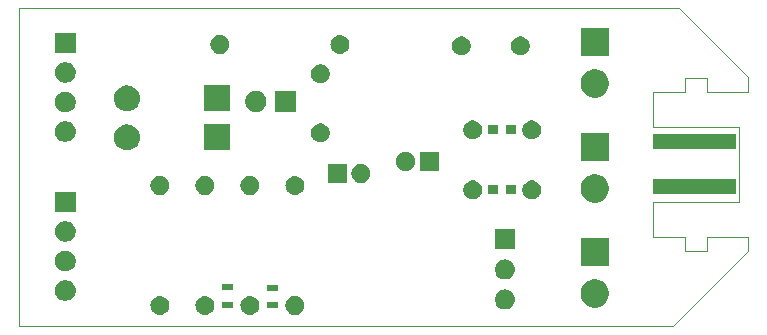
<source format=gbs>
%TF.GenerationSoftware,KiCad,Pcbnew,5.0.1*%
%TF.CreationDate,2019-02-24T22:19:24+01:00*%
%TF.ProjectId,bobbycar,626F6262796361722E6B696361645F70,rev?*%
%TF.SameCoordinates,Original*%
%TF.FileFunction,Soldermask,Bot*%
%TF.FilePolarity,Negative*%
%FSLAX46Y46*%
G04 Gerber Fmt 4.6, Leading zero omitted, Abs format (unit mm)*
G04 Created by KiCad (PCBNEW 5.0.1) date So 24 Feb 2019 22:19:24 CET*
%MOMM*%
%LPD*%
G01*
G04 APERTURE LIST*
%ADD10C,0.100000*%
G04 APERTURE END LIST*
D10*
X162306000Y-91440000D02*
X162306000Y-92659200D01*
X158877000Y-92659200D02*
X162306000Y-92659200D01*
X158877000Y-91516200D02*
X158877000Y-92659200D01*
X156972000Y-91516200D02*
X158877000Y-91516200D01*
X156972000Y-92659200D02*
X156972000Y-91516200D01*
X154279600Y-92659200D02*
X156972000Y-92659200D01*
X154279600Y-95605600D02*
X154279600Y-92659200D01*
X161544000Y-95605600D02*
X154279600Y-95605600D01*
X161544000Y-102006400D02*
X161544000Y-95605600D01*
X154279600Y-102006400D02*
X161544000Y-102006400D01*
X154279600Y-104952800D02*
X154279600Y-102006400D01*
X156972000Y-104952800D02*
X154279600Y-104952800D01*
X156972000Y-106095800D02*
X156972000Y-104952800D01*
X158877000Y-106095800D02*
X156972000Y-106095800D01*
X158877000Y-104952800D02*
X158877000Y-106095800D01*
X162306000Y-104952800D02*
X158877000Y-104952800D01*
X162306000Y-106172000D02*
X162306000Y-104952800D01*
X162306000Y-91440000D02*
X156464000Y-85598000D01*
X162306000Y-106172000D02*
X155956000Y-112522000D01*
X100584000Y-85598000D02*
X100584000Y-112522000D01*
X155956000Y-112522000D02*
X100584000Y-112522000D01*
X156464000Y-85598000D02*
X100584000Y-85598000D01*
G36*
X124185352Y-109974743D02*
X124330941Y-110035048D01*
X124461973Y-110122601D01*
X124573399Y-110234027D01*
X124660952Y-110365059D01*
X124721257Y-110510648D01*
X124752000Y-110665205D01*
X124752000Y-110822795D01*
X124721257Y-110977352D01*
X124660952Y-111122941D01*
X124573399Y-111253973D01*
X124461973Y-111365399D01*
X124330941Y-111452952D01*
X124185352Y-111513257D01*
X124030795Y-111544000D01*
X123873205Y-111544000D01*
X123718648Y-111513257D01*
X123573059Y-111452952D01*
X123442027Y-111365399D01*
X123330601Y-111253973D01*
X123243048Y-111122941D01*
X123182743Y-110977352D01*
X123152000Y-110822795D01*
X123152000Y-110665205D01*
X123182743Y-110510648D01*
X123243048Y-110365059D01*
X123330601Y-110234027D01*
X123442027Y-110122601D01*
X123573059Y-110035048D01*
X123718648Y-109974743D01*
X123873205Y-109944000D01*
X124030795Y-109944000D01*
X124185352Y-109974743D01*
X124185352Y-109974743D01*
G37*
G36*
X120259649Y-109951717D02*
X120298827Y-109955576D01*
X120362012Y-109974743D01*
X120449629Y-110001321D01*
X120588608Y-110075608D01*
X120710422Y-110175578D01*
X120810392Y-110297392D01*
X120884679Y-110436371D01*
X120884679Y-110436372D01*
X120930424Y-110587173D01*
X120937607Y-110660101D01*
X120945870Y-110744000D01*
X120930424Y-110900826D01*
X120884679Y-111051629D01*
X120810392Y-111190608D01*
X120710422Y-111312422D01*
X120588608Y-111412392D01*
X120449629Y-111486679D01*
X120374227Y-111509552D01*
X120298827Y-111532424D01*
X120259649Y-111536283D01*
X120181295Y-111544000D01*
X120102705Y-111544000D01*
X120024351Y-111536283D01*
X119985173Y-111532424D01*
X119909773Y-111509552D01*
X119834371Y-111486679D01*
X119695392Y-111412392D01*
X119573578Y-111312422D01*
X119473608Y-111190608D01*
X119399321Y-111051629D01*
X119353576Y-110900826D01*
X119338130Y-110744000D01*
X119346393Y-110660101D01*
X119353576Y-110587173D01*
X119399321Y-110436372D01*
X119399321Y-110436371D01*
X119473608Y-110297392D01*
X119573578Y-110175578D01*
X119695392Y-110075608D01*
X119834371Y-110001321D01*
X119921988Y-109974743D01*
X119985173Y-109955576D01*
X120024351Y-109951717D01*
X120102705Y-109944000D01*
X120181295Y-109944000D01*
X120259649Y-109951717D01*
X120259649Y-109951717D01*
G37*
G36*
X116449649Y-109951717D02*
X116488827Y-109955576D01*
X116552012Y-109974743D01*
X116639629Y-110001321D01*
X116778608Y-110075608D01*
X116900422Y-110175578D01*
X117000392Y-110297392D01*
X117074679Y-110436371D01*
X117074679Y-110436372D01*
X117120424Y-110587173D01*
X117127607Y-110660101D01*
X117135870Y-110744000D01*
X117120424Y-110900826D01*
X117074679Y-111051629D01*
X117000392Y-111190608D01*
X116900422Y-111312422D01*
X116778608Y-111412392D01*
X116639629Y-111486679D01*
X116564227Y-111509552D01*
X116488827Y-111532424D01*
X116449649Y-111536283D01*
X116371295Y-111544000D01*
X116292705Y-111544000D01*
X116214351Y-111536283D01*
X116175173Y-111532424D01*
X116099773Y-111509552D01*
X116024371Y-111486679D01*
X115885392Y-111412392D01*
X115763578Y-111312422D01*
X115663608Y-111190608D01*
X115589321Y-111051629D01*
X115543576Y-110900826D01*
X115528130Y-110744000D01*
X115536393Y-110660101D01*
X115543576Y-110587173D01*
X115589321Y-110436372D01*
X115589321Y-110436371D01*
X115663608Y-110297392D01*
X115763578Y-110175578D01*
X115885392Y-110075608D01*
X116024371Y-110001321D01*
X116111988Y-109974743D01*
X116175173Y-109955576D01*
X116214351Y-109951717D01*
X116292705Y-109944000D01*
X116371295Y-109944000D01*
X116449649Y-109951717D01*
X116449649Y-109951717D01*
G37*
G36*
X112639649Y-109951717D02*
X112678827Y-109955576D01*
X112742012Y-109974743D01*
X112829629Y-110001321D01*
X112968608Y-110075608D01*
X113090422Y-110175578D01*
X113190392Y-110297392D01*
X113264679Y-110436371D01*
X113264679Y-110436372D01*
X113310424Y-110587173D01*
X113317607Y-110660101D01*
X113325870Y-110744000D01*
X113310424Y-110900826D01*
X113264679Y-111051629D01*
X113190392Y-111190608D01*
X113090422Y-111312422D01*
X112968608Y-111412392D01*
X112829629Y-111486679D01*
X112754227Y-111509552D01*
X112678827Y-111532424D01*
X112639649Y-111536283D01*
X112561295Y-111544000D01*
X112482705Y-111544000D01*
X112404351Y-111536283D01*
X112365173Y-111532424D01*
X112289773Y-111509552D01*
X112214371Y-111486679D01*
X112075392Y-111412392D01*
X111953578Y-111312422D01*
X111853608Y-111190608D01*
X111779321Y-111051629D01*
X111733576Y-110900826D01*
X111718130Y-110744000D01*
X111726393Y-110660101D01*
X111733576Y-110587173D01*
X111779321Y-110436372D01*
X111779321Y-110436371D01*
X111853608Y-110297392D01*
X111953578Y-110175578D01*
X112075392Y-110075608D01*
X112214371Y-110001321D01*
X112301988Y-109974743D01*
X112365173Y-109955576D01*
X112404351Y-109951717D01*
X112482705Y-109944000D01*
X112561295Y-109944000D01*
X112639649Y-109951717D01*
X112639649Y-109951717D01*
G37*
G36*
X141898630Y-109398299D02*
X142058855Y-109446903D01*
X142206520Y-109525831D01*
X142335949Y-109632051D01*
X142442169Y-109761480D01*
X142521097Y-109909145D01*
X142569701Y-110069370D01*
X142586112Y-110236000D01*
X142569701Y-110402630D01*
X142521097Y-110562855D01*
X142442169Y-110710520D01*
X142335949Y-110839949D01*
X142206520Y-110946169D01*
X142058855Y-111025097D01*
X141898630Y-111073701D01*
X141773752Y-111086000D01*
X141690248Y-111086000D01*
X141565370Y-111073701D01*
X141405145Y-111025097D01*
X141257480Y-110946169D01*
X141128051Y-110839949D01*
X141021831Y-110710520D01*
X140942903Y-110562855D01*
X140894299Y-110402630D01*
X140877888Y-110236000D01*
X140894299Y-110069370D01*
X140942903Y-109909145D01*
X141021831Y-109761480D01*
X141128051Y-109632051D01*
X141257480Y-109525831D01*
X141405145Y-109446903D01*
X141565370Y-109398299D01*
X141690248Y-109386000D01*
X141773752Y-109386000D01*
X141898630Y-109398299D01*
X141898630Y-109398299D01*
G37*
G36*
X122497000Y-110994000D02*
X121597000Y-110994000D01*
X121597000Y-110494000D01*
X122497000Y-110494000D01*
X122497000Y-110994000D01*
X122497000Y-110994000D01*
G37*
G36*
X118687000Y-110970000D02*
X117787000Y-110970000D01*
X117787000Y-110470000D01*
X118687000Y-110470000D01*
X118687000Y-110970000D01*
X118687000Y-110970000D01*
G37*
G36*
X149702026Y-108574115D02*
X149920412Y-108664573D01*
X150116958Y-108795901D01*
X150284099Y-108963042D01*
X150415427Y-109159588D01*
X150505885Y-109377974D01*
X150552000Y-109609809D01*
X150552000Y-109846191D01*
X150505885Y-110078026D01*
X150415427Y-110296412D01*
X150284099Y-110492958D01*
X150116958Y-110660099D01*
X149920412Y-110791427D01*
X149702026Y-110881885D01*
X149470191Y-110928000D01*
X149233809Y-110928000D01*
X149001974Y-110881885D01*
X148783588Y-110791427D01*
X148587042Y-110660099D01*
X148419901Y-110492958D01*
X148288573Y-110296412D01*
X148198115Y-110078026D01*
X148152000Y-109846191D01*
X148152000Y-109609809D01*
X148198115Y-109377974D01*
X148288573Y-109159588D01*
X148419901Y-108963042D01*
X148587042Y-108795901D01*
X148783588Y-108664573D01*
X149001974Y-108574115D01*
X149233809Y-108528000D01*
X149470191Y-108528000D01*
X149702026Y-108574115D01*
X149702026Y-108574115D01*
G37*
G36*
X104776228Y-108639625D02*
X104935467Y-108705584D01*
X105078783Y-108801345D01*
X105200655Y-108923217D01*
X105296416Y-109066533D01*
X105362375Y-109225772D01*
X105396000Y-109394819D01*
X105396000Y-109567181D01*
X105362375Y-109736228D01*
X105296416Y-109895467D01*
X105200655Y-110038783D01*
X105078783Y-110160655D01*
X104935467Y-110256416D01*
X104776228Y-110322375D01*
X104607181Y-110356000D01*
X104434819Y-110356000D01*
X104265772Y-110322375D01*
X104106533Y-110256416D01*
X103963217Y-110160655D01*
X103841345Y-110038783D01*
X103745584Y-109895467D01*
X103679625Y-109736228D01*
X103646000Y-109567181D01*
X103646000Y-109394819D01*
X103679625Y-109225772D01*
X103745584Y-109066533D01*
X103841345Y-108923217D01*
X103963217Y-108801345D01*
X104106533Y-108705584D01*
X104265772Y-108639625D01*
X104434819Y-108606000D01*
X104607181Y-108606000D01*
X104776228Y-108639625D01*
X104776228Y-108639625D01*
G37*
G36*
X122497000Y-109494000D02*
X121597000Y-109494000D01*
X121597000Y-108994000D01*
X122497000Y-108994000D01*
X122497000Y-109494000D01*
X122497000Y-109494000D01*
G37*
G36*
X118687000Y-109470000D02*
X117787000Y-109470000D01*
X117787000Y-108970000D01*
X118687000Y-108970000D01*
X118687000Y-109470000D01*
X118687000Y-109470000D01*
G37*
G36*
X141898630Y-106858299D02*
X142058855Y-106906903D01*
X142206520Y-106985831D01*
X142335949Y-107092051D01*
X142442169Y-107221480D01*
X142521097Y-107369145D01*
X142569701Y-107529370D01*
X142586112Y-107696000D01*
X142569701Y-107862630D01*
X142521097Y-108022855D01*
X142442169Y-108170520D01*
X142335949Y-108299949D01*
X142206520Y-108406169D01*
X142058855Y-108485097D01*
X141898630Y-108533701D01*
X141773752Y-108546000D01*
X141690248Y-108546000D01*
X141565370Y-108533701D01*
X141405145Y-108485097D01*
X141257480Y-108406169D01*
X141128051Y-108299949D01*
X141021831Y-108170520D01*
X140942903Y-108022855D01*
X140894299Y-107862630D01*
X140877888Y-107696000D01*
X140894299Y-107529370D01*
X140942903Y-107369145D01*
X141021831Y-107221480D01*
X141128051Y-107092051D01*
X141257480Y-106985831D01*
X141405145Y-106906903D01*
X141565370Y-106858299D01*
X141690248Y-106846000D01*
X141773752Y-106846000D01*
X141898630Y-106858299D01*
X141898630Y-106858299D01*
G37*
G36*
X104776228Y-106139625D02*
X104935467Y-106205584D01*
X105078783Y-106301345D01*
X105200655Y-106423217D01*
X105296416Y-106566533D01*
X105362375Y-106725772D01*
X105396000Y-106894819D01*
X105396000Y-107067181D01*
X105362375Y-107236228D01*
X105296416Y-107395467D01*
X105200655Y-107538783D01*
X105078783Y-107660655D01*
X104935467Y-107756416D01*
X104776228Y-107822375D01*
X104607181Y-107856000D01*
X104434819Y-107856000D01*
X104265772Y-107822375D01*
X104106533Y-107756416D01*
X103963217Y-107660655D01*
X103841345Y-107538783D01*
X103745584Y-107395467D01*
X103679625Y-107236228D01*
X103646000Y-107067181D01*
X103646000Y-106894819D01*
X103679625Y-106725772D01*
X103745584Y-106566533D01*
X103841345Y-106423217D01*
X103963217Y-106301345D01*
X104106533Y-106205584D01*
X104265772Y-106139625D01*
X104434819Y-106106000D01*
X104607181Y-106106000D01*
X104776228Y-106139625D01*
X104776228Y-106139625D01*
G37*
G36*
X150552000Y-107428000D02*
X148152000Y-107428000D01*
X148152000Y-105028000D01*
X150552000Y-105028000D01*
X150552000Y-107428000D01*
X150552000Y-107428000D01*
G37*
G36*
X142582000Y-106006000D02*
X140882000Y-106006000D01*
X140882000Y-104306000D01*
X142582000Y-104306000D01*
X142582000Y-106006000D01*
X142582000Y-106006000D01*
G37*
G36*
X104776228Y-103639625D02*
X104935467Y-103705584D01*
X105078783Y-103801345D01*
X105200655Y-103923217D01*
X105296416Y-104066533D01*
X105362375Y-104225772D01*
X105396000Y-104394819D01*
X105396000Y-104567181D01*
X105362375Y-104736228D01*
X105296416Y-104895467D01*
X105200655Y-105038783D01*
X105078783Y-105160655D01*
X104935467Y-105256416D01*
X104776228Y-105322375D01*
X104607181Y-105356000D01*
X104434819Y-105356000D01*
X104265772Y-105322375D01*
X104106533Y-105256416D01*
X103963217Y-105160655D01*
X103841345Y-105038783D01*
X103745584Y-104895467D01*
X103679625Y-104736228D01*
X103646000Y-104567181D01*
X103646000Y-104394819D01*
X103679625Y-104225772D01*
X103745584Y-104066533D01*
X103841345Y-103923217D01*
X103963217Y-103801345D01*
X104106533Y-103705584D01*
X104265772Y-103639625D01*
X104434819Y-103606000D01*
X104607181Y-103606000D01*
X104776228Y-103639625D01*
X104776228Y-103639625D01*
G37*
G36*
X105396000Y-102856000D02*
X103646000Y-102856000D01*
X103646000Y-101106000D01*
X105396000Y-101106000D01*
X105396000Y-102856000D01*
X105396000Y-102856000D01*
G37*
G36*
X149702026Y-99684115D02*
X149920412Y-99774573D01*
X150116958Y-99905901D01*
X150284099Y-100073042D01*
X150415427Y-100269588D01*
X150505885Y-100487974D01*
X150552000Y-100719809D01*
X150552000Y-100956191D01*
X150505885Y-101188026D01*
X150415427Y-101406412D01*
X150284099Y-101602958D01*
X150116958Y-101770099D01*
X149920412Y-101901427D01*
X149702026Y-101991885D01*
X149470191Y-102038000D01*
X149233809Y-102038000D01*
X149001974Y-101991885D01*
X148783588Y-101901427D01*
X148587042Y-101770099D01*
X148419901Y-101602958D01*
X148288573Y-101406412D01*
X148198115Y-101188026D01*
X148152000Y-100956191D01*
X148152000Y-100719809D01*
X148198115Y-100487974D01*
X148288573Y-100269588D01*
X148419901Y-100073042D01*
X148587042Y-99905901D01*
X148783588Y-99774573D01*
X149001974Y-99684115D01*
X149233809Y-99638000D01*
X149470191Y-99638000D01*
X149702026Y-99684115D01*
X149702026Y-99684115D01*
G37*
G36*
X144251352Y-100195743D02*
X144396941Y-100256048D01*
X144527973Y-100343601D01*
X144639399Y-100455027D01*
X144726952Y-100586059D01*
X144787257Y-100731648D01*
X144818000Y-100886205D01*
X144818000Y-101043795D01*
X144787257Y-101198352D01*
X144726952Y-101343941D01*
X144639399Y-101474973D01*
X144527973Y-101586399D01*
X144396941Y-101673952D01*
X144251352Y-101734257D01*
X144096795Y-101765000D01*
X143939205Y-101765000D01*
X143784648Y-101734257D01*
X143639059Y-101673952D01*
X143508027Y-101586399D01*
X143396601Y-101474973D01*
X143309048Y-101343941D01*
X143248743Y-101198352D01*
X143218000Y-101043795D01*
X143218000Y-100886205D01*
X143248743Y-100731648D01*
X143309048Y-100586059D01*
X143396601Y-100455027D01*
X143508027Y-100343601D01*
X143639059Y-100256048D01*
X143784648Y-100195743D01*
X143939205Y-100165000D01*
X144096795Y-100165000D01*
X144251352Y-100195743D01*
X144251352Y-100195743D01*
G37*
G36*
X139251352Y-100195743D02*
X139396941Y-100256048D01*
X139527973Y-100343601D01*
X139639399Y-100455027D01*
X139726952Y-100586059D01*
X139787257Y-100731648D01*
X139818000Y-100886205D01*
X139818000Y-101043795D01*
X139787257Y-101198352D01*
X139726952Y-101343941D01*
X139639399Y-101474973D01*
X139527973Y-101586399D01*
X139396941Y-101673952D01*
X139251352Y-101734257D01*
X139096795Y-101765000D01*
X138939205Y-101765000D01*
X138784648Y-101734257D01*
X138639059Y-101673952D01*
X138508027Y-101586399D01*
X138396601Y-101474973D01*
X138309048Y-101343941D01*
X138248743Y-101198352D01*
X138218000Y-101043795D01*
X138218000Y-100886205D01*
X138248743Y-100731648D01*
X138309048Y-100586059D01*
X138396601Y-100455027D01*
X138508027Y-100343601D01*
X138639059Y-100256048D01*
X138784648Y-100195743D01*
X138939205Y-100165000D01*
X139096795Y-100165000D01*
X139251352Y-100195743D01*
X139251352Y-100195743D01*
G37*
G36*
X116565352Y-99814743D02*
X116710941Y-99875048D01*
X116841973Y-99962601D01*
X116953399Y-100074027D01*
X117040952Y-100205059D01*
X117101257Y-100350648D01*
X117132000Y-100505205D01*
X117132000Y-100662795D01*
X117101257Y-100817352D01*
X117040952Y-100962941D01*
X116953399Y-101093973D01*
X116841973Y-101205399D01*
X116710941Y-101292952D01*
X116565352Y-101353257D01*
X116410795Y-101384000D01*
X116253205Y-101384000D01*
X116098648Y-101353257D01*
X115953059Y-101292952D01*
X115822027Y-101205399D01*
X115710601Y-101093973D01*
X115623048Y-100962941D01*
X115562743Y-100817352D01*
X115532000Y-100662795D01*
X115532000Y-100505205D01*
X115562743Y-100350648D01*
X115623048Y-100205059D01*
X115710601Y-100074027D01*
X115822027Y-99962601D01*
X115953059Y-99875048D01*
X116098648Y-99814743D01*
X116253205Y-99784000D01*
X116410795Y-99784000D01*
X116565352Y-99814743D01*
X116565352Y-99814743D01*
G37*
G36*
X112755352Y-99814743D02*
X112900941Y-99875048D01*
X113031973Y-99962601D01*
X113143399Y-100074027D01*
X113230952Y-100205059D01*
X113291257Y-100350648D01*
X113322000Y-100505205D01*
X113322000Y-100662795D01*
X113291257Y-100817352D01*
X113230952Y-100962941D01*
X113143399Y-101093973D01*
X113031973Y-101205399D01*
X112900941Y-101292952D01*
X112755352Y-101353257D01*
X112600795Y-101384000D01*
X112443205Y-101384000D01*
X112288648Y-101353257D01*
X112143059Y-101292952D01*
X112012027Y-101205399D01*
X111900601Y-101093973D01*
X111813048Y-100962941D01*
X111752743Y-100817352D01*
X111722000Y-100662795D01*
X111722000Y-100505205D01*
X111752743Y-100350648D01*
X111813048Y-100205059D01*
X111900601Y-100074027D01*
X112012027Y-99962601D01*
X112143059Y-99875048D01*
X112288648Y-99814743D01*
X112443205Y-99784000D01*
X112600795Y-99784000D01*
X112755352Y-99814743D01*
X112755352Y-99814743D01*
G37*
G36*
X124069649Y-99791717D02*
X124108827Y-99795576D01*
X124172012Y-99814743D01*
X124259629Y-99841321D01*
X124398608Y-99915608D01*
X124520422Y-100015578D01*
X124620392Y-100137392D01*
X124694679Y-100276371D01*
X124740424Y-100427174D01*
X124755870Y-100584000D01*
X124740424Y-100740826D01*
X124694679Y-100891629D01*
X124620392Y-101030608D01*
X124520422Y-101152422D01*
X124398608Y-101252392D01*
X124259629Y-101326679D01*
X124215715Y-101340000D01*
X124108827Y-101372424D01*
X124069649Y-101376283D01*
X123991295Y-101384000D01*
X123912705Y-101384000D01*
X123834351Y-101376283D01*
X123795173Y-101372424D01*
X123688285Y-101340000D01*
X123644371Y-101326679D01*
X123505392Y-101252392D01*
X123383578Y-101152422D01*
X123283608Y-101030608D01*
X123209321Y-100891629D01*
X123163576Y-100740826D01*
X123148130Y-100584000D01*
X123163576Y-100427174D01*
X123209321Y-100276371D01*
X123283608Y-100137392D01*
X123383578Y-100015578D01*
X123505392Y-99915608D01*
X123644371Y-99841321D01*
X123731988Y-99814743D01*
X123795173Y-99795576D01*
X123834351Y-99791717D01*
X123912705Y-99784000D01*
X123991295Y-99784000D01*
X124069649Y-99791717D01*
X124069649Y-99791717D01*
G37*
G36*
X120375352Y-99814743D02*
X120520941Y-99875048D01*
X120651973Y-99962601D01*
X120763399Y-100074027D01*
X120850952Y-100205059D01*
X120911257Y-100350648D01*
X120942000Y-100505205D01*
X120942000Y-100662795D01*
X120911257Y-100817352D01*
X120850952Y-100962941D01*
X120763399Y-101093973D01*
X120651973Y-101205399D01*
X120520941Y-101292952D01*
X120375352Y-101353257D01*
X120220795Y-101384000D01*
X120063205Y-101384000D01*
X119908648Y-101353257D01*
X119763059Y-101292952D01*
X119632027Y-101205399D01*
X119520601Y-101093973D01*
X119433048Y-100962941D01*
X119372743Y-100817352D01*
X119342000Y-100662795D01*
X119342000Y-100505205D01*
X119372743Y-100350648D01*
X119433048Y-100205059D01*
X119520601Y-100074027D01*
X119632027Y-99962601D01*
X119763059Y-99875048D01*
X119908648Y-99814743D01*
X120063205Y-99784000D01*
X120220795Y-99784000D01*
X120375352Y-99814743D01*
X120375352Y-99814743D01*
G37*
G36*
X161292800Y-101341000D02*
X154292800Y-101341000D01*
X154292800Y-100071000D01*
X161292800Y-100071000D01*
X161292800Y-101341000D01*
X161292800Y-101341000D01*
G37*
G36*
X142640000Y-101340000D02*
X141840000Y-101340000D01*
X141840000Y-100590000D01*
X142640000Y-100590000D01*
X142640000Y-101340000D01*
X142640000Y-101340000D01*
G37*
G36*
X141140000Y-101340000D02*
X140340000Y-101340000D01*
X140340000Y-100590000D01*
X141140000Y-100590000D01*
X141140000Y-101340000D01*
X141140000Y-101340000D01*
G37*
G36*
X129773352Y-98798743D02*
X129918941Y-98859048D01*
X130049973Y-98946601D01*
X130161399Y-99058027D01*
X130248952Y-99189059D01*
X130309257Y-99334648D01*
X130340000Y-99489205D01*
X130340000Y-99646795D01*
X130309257Y-99801352D01*
X130248952Y-99946941D01*
X130161399Y-100077973D01*
X130049973Y-100189399D01*
X129918941Y-100276952D01*
X129773352Y-100337257D01*
X129618795Y-100368000D01*
X129461205Y-100368000D01*
X129306648Y-100337257D01*
X129161059Y-100276952D01*
X129030027Y-100189399D01*
X128918601Y-100077973D01*
X128831048Y-99946941D01*
X128770743Y-99801352D01*
X128740000Y-99646795D01*
X128740000Y-99489205D01*
X128770743Y-99334648D01*
X128831048Y-99189059D01*
X128918601Y-99058027D01*
X129030027Y-98946601D01*
X129161059Y-98859048D01*
X129306648Y-98798743D01*
X129461205Y-98768000D01*
X129618795Y-98768000D01*
X129773352Y-98798743D01*
X129773352Y-98798743D01*
G37*
G36*
X128340000Y-100368000D02*
X126740000Y-100368000D01*
X126740000Y-98768000D01*
X128340000Y-98768000D01*
X128340000Y-100368000D01*
X128340000Y-100368000D01*
G37*
G36*
X136118500Y-99352000D02*
X134518500Y-99352000D01*
X134518500Y-97752000D01*
X136118500Y-97752000D01*
X136118500Y-99352000D01*
X136118500Y-99352000D01*
G37*
G36*
X133551852Y-97782743D02*
X133697441Y-97843048D01*
X133828473Y-97930601D01*
X133939899Y-98042027D01*
X134027452Y-98173059D01*
X134087757Y-98318648D01*
X134118500Y-98473205D01*
X134118500Y-98630795D01*
X134087757Y-98785352D01*
X134027452Y-98930941D01*
X133939899Y-99061973D01*
X133828473Y-99173399D01*
X133697441Y-99260952D01*
X133551852Y-99321257D01*
X133397295Y-99352000D01*
X133239705Y-99352000D01*
X133085148Y-99321257D01*
X132939559Y-99260952D01*
X132808527Y-99173399D01*
X132697101Y-99061973D01*
X132609548Y-98930941D01*
X132549243Y-98785352D01*
X132518500Y-98630795D01*
X132518500Y-98473205D01*
X132549243Y-98318648D01*
X132609548Y-98173059D01*
X132697101Y-98042027D01*
X132808527Y-97930601D01*
X132939559Y-97843048D01*
X133085148Y-97782743D01*
X133239705Y-97752000D01*
X133397295Y-97752000D01*
X133551852Y-97782743D01*
X133551852Y-97782743D01*
G37*
G36*
X150552000Y-98538000D02*
X148152000Y-98538000D01*
X148152000Y-96138000D01*
X150552000Y-96138000D01*
X150552000Y-98538000D01*
X150552000Y-98538000D01*
G37*
G36*
X109943639Y-95435916D02*
X110150986Y-95498815D01*
X110150988Y-95498816D01*
X110342084Y-95600958D01*
X110509581Y-95738419D01*
X110647042Y-95905916D01*
X110729510Y-96060205D01*
X110749185Y-96097014D01*
X110812084Y-96304361D01*
X110833322Y-96520000D01*
X110812084Y-96735639D01*
X110778014Y-96847952D01*
X110749184Y-96942988D01*
X110647042Y-97134084D01*
X110509581Y-97301581D01*
X110342084Y-97439042D01*
X110151332Y-97541000D01*
X110150986Y-97541185D01*
X109943639Y-97604084D01*
X109782038Y-97620000D01*
X109673962Y-97620000D01*
X109512361Y-97604084D01*
X109305014Y-97541185D01*
X109304668Y-97541000D01*
X109113916Y-97439042D01*
X108946419Y-97301581D01*
X108808958Y-97134084D01*
X108706816Y-96942988D01*
X108677987Y-96847952D01*
X108643916Y-96735639D01*
X108622678Y-96520000D01*
X108643916Y-96304361D01*
X108706815Y-96097014D01*
X108726490Y-96060205D01*
X108808958Y-95905916D01*
X108946419Y-95738419D01*
X109113916Y-95600958D01*
X109305012Y-95498816D01*
X109305014Y-95498815D01*
X109512361Y-95435916D01*
X109673962Y-95420000D01*
X109782038Y-95420000D01*
X109943639Y-95435916D01*
X109943639Y-95435916D01*
G37*
G36*
X118448000Y-97620000D02*
X116248000Y-97620000D01*
X116248000Y-95420000D01*
X118448000Y-95420000D01*
X118448000Y-97620000D01*
X118448000Y-97620000D01*
G37*
G36*
X161292800Y-97541000D02*
X154292800Y-97541000D01*
X154292800Y-96271000D01*
X161292800Y-96271000D01*
X161292800Y-97541000D01*
X161292800Y-97541000D01*
G37*
G36*
X126344352Y-95369743D02*
X126489941Y-95430048D01*
X126620973Y-95517601D01*
X126732399Y-95629027D01*
X126819952Y-95760059D01*
X126880257Y-95905648D01*
X126911000Y-96060205D01*
X126911000Y-96217795D01*
X126880257Y-96372352D01*
X126819952Y-96517941D01*
X126732399Y-96648973D01*
X126620973Y-96760399D01*
X126489941Y-96847952D01*
X126344352Y-96908257D01*
X126189795Y-96939000D01*
X126032205Y-96939000D01*
X125877648Y-96908257D01*
X125732059Y-96847952D01*
X125601027Y-96760399D01*
X125489601Y-96648973D01*
X125402048Y-96517941D01*
X125341743Y-96372352D01*
X125311000Y-96217795D01*
X125311000Y-96060205D01*
X125341743Y-95905648D01*
X125402048Y-95760059D01*
X125489601Y-95629027D01*
X125601027Y-95517601D01*
X125732059Y-95430048D01*
X125877648Y-95369743D01*
X126032205Y-95339000D01*
X126189795Y-95339000D01*
X126344352Y-95369743D01*
X126344352Y-95369743D01*
G37*
G36*
X104776228Y-95177625D02*
X104935467Y-95243584D01*
X105078783Y-95339345D01*
X105200655Y-95461217D01*
X105296416Y-95604533D01*
X105362375Y-95763772D01*
X105396000Y-95932819D01*
X105396000Y-96105181D01*
X105362375Y-96274228D01*
X105296416Y-96433467D01*
X105200655Y-96576783D01*
X105078783Y-96698655D01*
X104935467Y-96794416D01*
X104776228Y-96860375D01*
X104607181Y-96894000D01*
X104434819Y-96894000D01*
X104265772Y-96860375D01*
X104106533Y-96794416D01*
X103963217Y-96698655D01*
X103841345Y-96576783D01*
X103745584Y-96433467D01*
X103679625Y-96274228D01*
X103646000Y-96105181D01*
X103646000Y-95932819D01*
X103679625Y-95763772D01*
X103745584Y-95604533D01*
X103841345Y-95461217D01*
X103963217Y-95339345D01*
X104106533Y-95243584D01*
X104265772Y-95177625D01*
X104434819Y-95144000D01*
X104607181Y-95144000D01*
X104776228Y-95177625D01*
X104776228Y-95177625D01*
G37*
G36*
X139234852Y-95115743D02*
X139380441Y-95176048D01*
X139511473Y-95263601D01*
X139622899Y-95375027D01*
X139710452Y-95506059D01*
X139770757Y-95651648D01*
X139801500Y-95806205D01*
X139801500Y-95963795D01*
X139770757Y-96118352D01*
X139710452Y-96263941D01*
X139622899Y-96394973D01*
X139511473Y-96506399D01*
X139380441Y-96593952D01*
X139234852Y-96654257D01*
X139080295Y-96685000D01*
X138922705Y-96685000D01*
X138768148Y-96654257D01*
X138622559Y-96593952D01*
X138491527Y-96506399D01*
X138380101Y-96394973D01*
X138292548Y-96263941D01*
X138232243Y-96118352D01*
X138201500Y-95963795D01*
X138201500Y-95806205D01*
X138232243Y-95651648D01*
X138292548Y-95506059D01*
X138380101Y-95375027D01*
X138491527Y-95263601D01*
X138622559Y-95176048D01*
X138768148Y-95115743D01*
X138922705Y-95085000D01*
X139080295Y-95085000D01*
X139234852Y-95115743D01*
X139234852Y-95115743D01*
G37*
G36*
X144234852Y-95115743D02*
X144380441Y-95176048D01*
X144511473Y-95263601D01*
X144622899Y-95375027D01*
X144710452Y-95506059D01*
X144770757Y-95651648D01*
X144801500Y-95806205D01*
X144801500Y-95963795D01*
X144770757Y-96118352D01*
X144710452Y-96263941D01*
X144622899Y-96394973D01*
X144511473Y-96506399D01*
X144380441Y-96593952D01*
X144234852Y-96654257D01*
X144080295Y-96685000D01*
X143922705Y-96685000D01*
X143768148Y-96654257D01*
X143622559Y-96593952D01*
X143491527Y-96506399D01*
X143380101Y-96394973D01*
X143292548Y-96263941D01*
X143232243Y-96118352D01*
X143201500Y-95963795D01*
X143201500Y-95806205D01*
X143232243Y-95651648D01*
X143292548Y-95506059D01*
X143380101Y-95375027D01*
X143491527Y-95263601D01*
X143622559Y-95176048D01*
X143768148Y-95115743D01*
X143922705Y-95085000D01*
X144080295Y-95085000D01*
X144234852Y-95115743D01*
X144234852Y-95115743D01*
G37*
G36*
X142640000Y-96260000D02*
X141840000Y-96260000D01*
X141840000Y-95510000D01*
X142640000Y-95510000D01*
X142640000Y-96260000D01*
X142640000Y-96260000D01*
G37*
G36*
X141140000Y-96260000D02*
X140340000Y-96260000D01*
X140340000Y-95510000D01*
X141140000Y-95510000D01*
X141140000Y-96260000D01*
X141140000Y-96260000D01*
G37*
G36*
X104776228Y-92677625D02*
X104935467Y-92743584D01*
X105078783Y-92839345D01*
X105200655Y-92961217D01*
X105296416Y-93104533D01*
X105362375Y-93263772D01*
X105396000Y-93432819D01*
X105396000Y-93605181D01*
X105362375Y-93774228D01*
X105296416Y-93933467D01*
X105200655Y-94076783D01*
X105078783Y-94198655D01*
X104935467Y-94294416D01*
X104776228Y-94360375D01*
X104607181Y-94394000D01*
X104434819Y-94394000D01*
X104265772Y-94360375D01*
X104106533Y-94294416D01*
X103963217Y-94198655D01*
X103841345Y-94076783D01*
X103745584Y-93933467D01*
X103679625Y-93774228D01*
X103646000Y-93605181D01*
X103646000Y-93432819D01*
X103679625Y-93263772D01*
X103745584Y-93104533D01*
X103841345Y-92961217D01*
X103963217Y-92839345D01*
X104106533Y-92743584D01*
X104265772Y-92677625D01*
X104434819Y-92644000D01*
X104607181Y-92644000D01*
X104776228Y-92677625D01*
X104776228Y-92677625D01*
G37*
G36*
X120912521Y-92606586D02*
X121076309Y-92674429D01*
X121223720Y-92772926D01*
X121349074Y-92898280D01*
X121447571Y-93045691D01*
X121515414Y-93209479D01*
X121550000Y-93383356D01*
X121550000Y-93560644D01*
X121515414Y-93734521D01*
X121447571Y-93898309D01*
X121349074Y-94045720D01*
X121223720Y-94171074D01*
X121076309Y-94269571D01*
X120912521Y-94337414D01*
X120738644Y-94372000D01*
X120561356Y-94372000D01*
X120387479Y-94337414D01*
X120223691Y-94269571D01*
X120076280Y-94171074D01*
X119950926Y-94045720D01*
X119852429Y-93898309D01*
X119784586Y-93734521D01*
X119750000Y-93560644D01*
X119750000Y-93383356D01*
X119784586Y-93209479D01*
X119852429Y-93045691D01*
X119950926Y-92898280D01*
X120076280Y-92772926D01*
X120223691Y-92674429D01*
X120387479Y-92606586D01*
X120561356Y-92572000D01*
X120738644Y-92572000D01*
X120912521Y-92606586D01*
X120912521Y-92606586D01*
G37*
G36*
X124090000Y-94372000D02*
X122290000Y-94372000D01*
X122290000Y-92572000D01*
X124090000Y-92572000D01*
X124090000Y-94372000D01*
X124090000Y-94372000D01*
G37*
G36*
X109943639Y-92133916D02*
X110150986Y-92196815D01*
X110150988Y-92196816D01*
X110342084Y-92298958D01*
X110509581Y-92436419D01*
X110647042Y-92603916D01*
X110721695Y-92743584D01*
X110749185Y-92795014D01*
X110812084Y-93002361D01*
X110833322Y-93218000D01*
X110812084Y-93433639D01*
X110760047Y-93605180D01*
X110749184Y-93640988D01*
X110647042Y-93832084D01*
X110509581Y-93999581D01*
X110342084Y-94137042D01*
X110226809Y-94198657D01*
X110150986Y-94239185D01*
X109943639Y-94302084D01*
X109782038Y-94318000D01*
X109673962Y-94318000D01*
X109512361Y-94302084D01*
X109305014Y-94239185D01*
X109229191Y-94198657D01*
X109113916Y-94137042D01*
X108946419Y-93999581D01*
X108808958Y-93832084D01*
X108706816Y-93640988D01*
X108695954Y-93605180D01*
X108643916Y-93433639D01*
X108622678Y-93218000D01*
X108643916Y-93002361D01*
X108706815Y-92795014D01*
X108734305Y-92743584D01*
X108808958Y-92603916D01*
X108946419Y-92436419D01*
X109113916Y-92298958D01*
X109305012Y-92196816D01*
X109305014Y-92196815D01*
X109512361Y-92133916D01*
X109673962Y-92118000D01*
X109782038Y-92118000D01*
X109943639Y-92133916D01*
X109943639Y-92133916D01*
G37*
G36*
X118448000Y-94318000D02*
X116248000Y-94318000D01*
X116248000Y-92118000D01*
X118448000Y-92118000D01*
X118448000Y-94318000D01*
X118448000Y-94318000D01*
G37*
G36*
X149702026Y-90794115D02*
X149920412Y-90884573D01*
X150116958Y-91015901D01*
X150284099Y-91183042D01*
X150415427Y-91379588D01*
X150505885Y-91597974D01*
X150552000Y-91829809D01*
X150552000Y-92066191D01*
X150505885Y-92298026D01*
X150415427Y-92516412D01*
X150284099Y-92712958D01*
X150116958Y-92880099D01*
X149920412Y-93011427D01*
X149702026Y-93101885D01*
X149470191Y-93148000D01*
X149233809Y-93148000D01*
X149001974Y-93101885D01*
X148783588Y-93011427D01*
X148587042Y-92880099D01*
X148419901Y-92712958D01*
X148288573Y-92516412D01*
X148198115Y-92298026D01*
X148152000Y-92066191D01*
X148152000Y-91829809D01*
X148198115Y-91597974D01*
X148288573Y-91379588D01*
X148419901Y-91183042D01*
X148587042Y-91015901D01*
X148783588Y-90884573D01*
X149001974Y-90794115D01*
X149233809Y-90748000D01*
X149470191Y-90748000D01*
X149702026Y-90794115D01*
X149702026Y-90794115D01*
G37*
G36*
X126344352Y-90369743D02*
X126489941Y-90430048D01*
X126620973Y-90517601D01*
X126732399Y-90629027D01*
X126819952Y-90760059D01*
X126880257Y-90905648D01*
X126911000Y-91060205D01*
X126911000Y-91217795D01*
X126880257Y-91372352D01*
X126819952Y-91517941D01*
X126732399Y-91648973D01*
X126620973Y-91760399D01*
X126489941Y-91847952D01*
X126344352Y-91908257D01*
X126189795Y-91939000D01*
X126032205Y-91939000D01*
X125877648Y-91908257D01*
X125732059Y-91847952D01*
X125601027Y-91760399D01*
X125489601Y-91648973D01*
X125402048Y-91517941D01*
X125341743Y-91372352D01*
X125311000Y-91217795D01*
X125311000Y-91060205D01*
X125341743Y-90905648D01*
X125402048Y-90760059D01*
X125489601Y-90629027D01*
X125601027Y-90517601D01*
X125732059Y-90430048D01*
X125877648Y-90369743D01*
X126032205Y-90339000D01*
X126189795Y-90339000D01*
X126344352Y-90369743D01*
X126344352Y-90369743D01*
G37*
G36*
X104776228Y-90177625D02*
X104935467Y-90243584D01*
X105078783Y-90339345D01*
X105200655Y-90461217D01*
X105296416Y-90604533D01*
X105362375Y-90763772D01*
X105396000Y-90932819D01*
X105396000Y-91105181D01*
X105362375Y-91274228D01*
X105296416Y-91433467D01*
X105200655Y-91576783D01*
X105078783Y-91698655D01*
X104935467Y-91794416D01*
X104776228Y-91860375D01*
X104607181Y-91894000D01*
X104434819Y-91894000D01*
X104265772Y-91860375D01*
X104106533Y-91794416D01*
X103963217Y-91698655D01*
X103841345Y-91576783D01*
X103745584Y-91433467D01*
X103679625Y-91274228D01*
X103646000Y-91105181D01*
X103646000Y-90932819D01*
X103679625Y-90763772D01*
X103745584Y-90604533D01*
X103841345Y-90461217D01*
X103963217Y-90339345D01*
X104106533Y-90243584D01*
X104265772Y-90177625D01*
X104434819Y-90144000D01*
X104607181Y-90144000D01*
X104776228Y-90177625D01*
X104776228Y-90177625D01*
G37*
G36*
X150552000Y-89648000D02*
X148152000Y-89648000D01*
X148152000Y-87248000D01*
X150552000Y-87248000D01*
X150552000Y-89648000D01*
X150552000Y-89648000D01*
G37*
G36*
X143282352Y-88003743D02*
X143427941Y-88064048D01*
X143558973Y-88151601D01*
X143670399Y-88263027D01*
X143757952Y-88394059D01*
X143818257Y-88539648D01*
X143849000Y-88694205D01*
X143849000Y-88851795D01*
X143818257Y-89006352D01*
X143757952Y-89151941D01*
X143670399Y-89282973D01*
X143558973Y-89394399D01*
X143427941Y-89481952D01*
X143282352Y-89542257D01*
X143127795Y-89573000D01*
X142970205Y-89573000D01*
X142815648Y-89542257D01*
X142670059Y-89481952D01*
X142539027Y-89394399D01*
X142427601Y-89282973D01*
X142340048Y-89151941D01*
X142279743Y-89006352D01*
X142249000Y-88851795D01*
X142249000Y-88694205D01*
X142279743Y-88539648D01*
X142340048Y-88394059D01*
X142427601Y-88263027D01*
X142539027Y-88151601D01*
X142670059Y-88064048D01*
X142815648Y-88003743D01*
X142970205Y-87973000D01*
X143127795Y-87973000D01*
X143282352Y-88003743D01*
X143282352Y-88003743D01*
G37*
G36*
X138282352Y-88003743D02*
X138427941Y-88064048D01*
X138558973Y-88151601D01*
X138670399Y-88263027D01*
X138757952Y-88394059D01*
X138818257Y-88539648D01*
X138849000Y-88694205D01*
X138849000Y-88851795D01*
X138818257Y-89006352D01*
X138757952Y-89151941D01*
X138670399Y-89282973D01*
X138558973Y-89394399D01*
X138427941Y-89481952D01*
X138282352Y-89542257D01*
X138127795Y-89573000D01*
X137970205Y-89573000D01*
X137815648Y-89542257D01*
X137670059Y-89481952D01*
X137539027Y-89394399D01*
X137427601Y-89282973D01*
X137340048Y-89151941D01*
X137279743Y-89006352D01*
X137249000Y-88851795D01*
X137249000Y-88694205D01*
X137279743Y-88539648D01*
X137340048Y-88394059D01*
X137427601Y-88263027D01*
X137539027Y-88151601D01*
X137670059Y-88064048D01*
X137815648Y-88003743D01*
X137970205Y-87973000D01*
X138127795Y-87973000D01*
X138282352Y-88003743D01*
X138282352Y-88003743D01*
G37*
G36*
X117835352Y-87876743D02*
X117980941Y-87937048D01*
X118111973Y-88024601D01*
X118223399Y-88136027D01*
X118310952Y-88267059D01*
X118371257Y-88412648D01*
X118402000Y-88567205D01*
X118402000Y-88724795D01*
X118371257Y-88879352D01*
X118310952Y-89024941D01*
X118223399Y-89155973D01*
X118111973Y-89267399D01*
X117980941Y-89354952D01*
X117835352Y-89415257D01*
X117680795Y-89446000D01*
X117523205Y-89446000D01*
X117368648Y-89415257D01*
X117223059Y-89354952D01*
X117092027Y-89267399D01*
X116980601Y-89155973D01*
X116893048Y-89024941D01*
X116832743Y-88879352D01*
X116802000Y-88724795D01*
X116802000Y-88567205D01*
X116832743Y-88412648D01*
X116893048Y-88267059D01*
X116980601Y-88136027D01*
X117092027Y-88024601D01*
X117223059Y-87937048D01*
X117368648Y-87876743D01*
X117523205Y-87846000D01*
X117680795Y-87846000D01*
X117835352Y-87876743D01*
X117835352Y-87876743D01*
G37*
G36*
X127879649Y-87853717D02*
X127918827Y-87857576D01*
X127982012Y-87876743D01*
X128069629Y-87903321D01*
X128208608Y-87977608D01*
X128330422Y-88077578D01*
X128430392Y-88199392D01*
X128504679Y-88338371D01*
X128550424Y-88489174D01*
X128565870Y-88646000D01*
X128550424Y-88802826D01*
X128504679Y-88953629D01*
X128430392Y-89092608D01*
X128330422Y-89214422D01*
X128208608Y-89314392D01*
X128069629Y-89388679D01*
X127994228Y-89411551D01*
X127918827Y-89434424D01*
X127879649Y-89438283D01*
X127801295Y-89446000D01*
X127722705Y-89446000D01*
X127644351Y-89438283D01*
X127605173Y-89434424D01*
X127529772Y-89411551D01*
X127454371Y-89388679D01*
X127315392Y-89314392D01*
X127193578Y-89214422D01*
X127093608Y-89092608D01*
X127019321Y-88953629D01*
X126973576Y-88802826D01*
X126958130Y-88646000D01*
X126973576Y-88489174D01*
X127019321Y-88338371D01*
X127093608Y-88199392D01*
X127193578Y-88077578D01*
X127315392Y-87977608D01*
X127454371Y-87903321D01*
X127541988Y-87876743D01*
X127605173Y-87857576D01*
X127644351Y-87853717D01*
X127722705Y-87846000D01*
X127801295Y-87846000D01*
X127879649Y-87853717D01*
X127879649Y-87853717D01*
G37*
G36*
X105396000Y-89394000D02*
X103646000Y-89394000D01*
X103646000Y-87644000D01*
X105396000Y-87644000D01*
X105396000Y-89394000D01*
X105396000Y-89394000D01*
G37*
M02*

</source>
